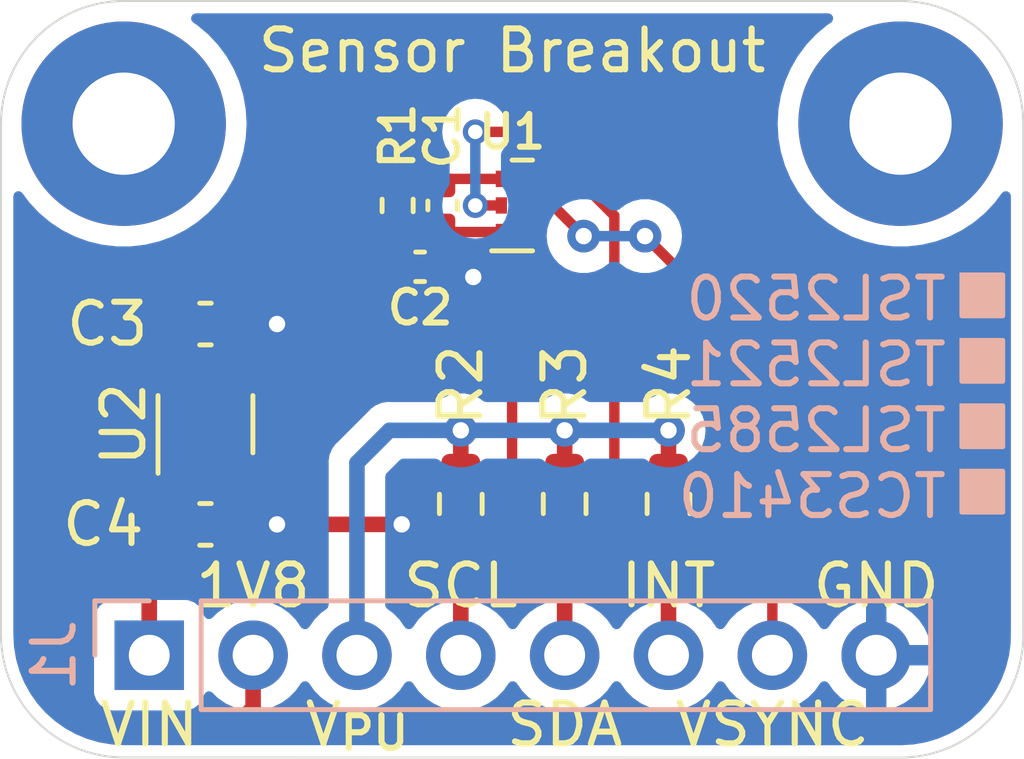
<source format=kicad_pcb>
(kicad_pcb (version 20221018) (generator pcbnew)
  (title_block (title "TSL2585 Sensor Breakout Board") (date "2023-11-27") (rev "A") (company "LogicProbe.org") (comment 1 "Derek Konigsberg <dkonigsberg@logicprobe.org>"))
  (layers (0 "F.Cu" signal) (31 "B.Cu" signal) (34 "B.Paste" user) (35 "F.Paste" user) (36 "B.SilkS" user "B.Silkscreen") (37 "F.SilkS" user "F.Silkscreen") (38 "B.Mask" user) (39 "F.Mask" user) (44 "Edge.Cuts" user))
  (net 0 "")
  (net 1 "Net-(U1-VDD)")
  (net 2 "GND")
  (net 3 "+1V8")
  (net 4 "VCC")
  (net 5 "/V_{PU}")
  (net 6 "/SENSOR_SCL")
  (net 7 "/SENSOR_SDA")
  (net 8 "/SENSOR_INT")
  (net 9 "/SENSOR_VSYNC")
  (footprint "Resistor_SMD:R_0603_1608Metric" (layer "F.Cu") (at 43.785 35.3 -90)
    (fp_text reference "R3" (at -2.9 0 90) (layer "F.SilkS"))
    (fp_text value "10K")
    (fp_line (start -0.237258 -0.5225) (end 0.237258 -0.5225) (stroke (width 0.12)) (layer "F.SilkS"))
    (fp_line (start -0.237258 0.5225) (end 0.237258 0.5225) (stroke (width 0.12)) (layer "F.SilkS"))
    (pad "1" smd roundrect (at -0.825 0 270) (size 0.8 0.95) (layers "F.Cu" "F.Paste" "F.Mask") (net 5 "/V_{PU}"))
    (pad "2" smd roundrect (at 0.825 0 270) (size 0.8 0.95) (layers "F.Cu" "F.Paste" "F.Mask") (net 7 "/SENSOR_SDA"))
  )
  (footprint "Resistor_SMD:R_0603_1608Metric" (layer "F.Cu") (at 41.245 35.3 -90)
    (fp_text reference "R2" (at -2.9 0 90) (layer "F.SilkS"))
    (fp_text value "10K")
    (fp_line (start -0.237258 -0.5225) (end 0.237258 -0.5225) (stroke (width 0.12)) (layer "F.SilkS"))
    (fp_line (start -0.237258 0.5225) (end 0.237258 0.5225) (stroke (width 0.12)) (layer "F.SilkS"))
    (pad "1" smd roundrect (at -0.825 0 270) (size 0.8 0.95) (layers "F.Cu" "F.Paste" "F.Mask") (net 5 "/V_{PU}"))
    (pad "2" smd roundrect (at 0.825 0 270) (size 0.8 0.95) (layers "F.Cu" "F.Paste" "F.Mask") (net 6 "/SENSOR_SCL"))
  )
  (footprint "MountingHole:MountingHole_2.5mm_Pad" (layer "F.Cu") (at 52 26)
    (fp_text reference "H2" hide)
    (fp_text value "MountingHole" hide)
    (pad "1" thru_hole circle (at 0 0) (size 5 5) (drill 2.5) (layers "*.Cu" "*.Mask"))
  )
  (footprint "lib_fp:AMS_TSL2585_OLGA-6_2x1mm_P0.65mm" (layer "F.Cu") (at 42.5 28)
    (fp_text reference "U1" (at 0 -1.8) (layer "F.SilkS") (effects (font (size 0.8 0.8))))
    (fp_text value "TSL2585")
    (fp_line (start -0.5 1.11) (end 0.5 1.11) (stroke (width 0.12)) (layer "F.SilkS"))
    (fp_line (start 0 -1.11) (end 0.5 -1.11) (stroke (width 0.12)) (layer "F.SilkS"))
    (pad "1" smd roundrect (at -0.2625 -0.65) (size 0.275 0.4) (layers "F.Cu" "F.Paste" "F.Mask") (roundrect_rratio 0) (chamfer_ratio 0.254545) (chamfer bottom_right) (net 1 "Net-(U1-VDD)"))
    (pad "2" smd rect (at -0.2625 0) (size 0.275 0.4) (layers "F.Cu" "F.Paste" "F.Mask") (net 9 "/SENSOR_VSYNC"))
    (pad "3" smd rect (at -0.2625 0.65) (size 0.275 0.4) (layers "F.Cu" "F.Paste" "F.Mask") (net 2 "GND"))
    (pad "4" smd rect (at 0.2625 0.65) (size 0.275 0.4) (layers "F.Cu" "F.Paste" "F.Mask") (net 6 "/SENSOR_SCL"))
    (pad "5" smd rect (at 0.2625 0) (size 0.275 0.4) (layers "F.Cu" "F.Paste" "F.Mask") (net 8 "/SENSOR_INT"))
    (pad "6" smd rect (at 0.2625 -0.65) (size 0.275 0.4) (layers "F.Cu" "F.Paste" "F.Mask") (net 7 "/SENSOR_SDA"))
  )
  (footprint "Package_TO_SOT_SMD:SOT-353_SC-70-5" (layer "F.Cu") (at 35 33.35 90)
    (fp_text reference "U2" (at 0 -2 90) (layer "F.SilkS"))
    (fp_text value "MIC5365-1.8YC5")
    (fp_line (start -0.7 1.16) (end 0.7 1.16) (stroke (width 0.12)) (layer "F.SilkS"))
    (fp_line (start 0.7 -1.16) (end -1.2 -1.16) (stroke (width 0.12)) (layer "F.SilkS"))
    (pad "1" smd rect (at -0.95 -0.65 90) (size 0.65 0.4) (layers "F.Cu" "F.Paste" "F.Mask") (net 4 "VCC"))
    (pad "2" smd rect (at -0.95 0 90) (size 0.65 0.4) (layers "F.Cu" "F.Paste" "F.Mask") (net 2 "GND"))
    (pad "3" smd rect (at -0.95 0.65 90) (size 0.65 0.4) (layers "F.Cu" "F.Paste" "F.Mask") (net 4 "VCC"))
    (pad "4" smd rect (at 0.95 0.65 90) (size 0.65 0.4) (layers "F.Cu" "F.Paste" "F.Mask"))
    (pad "5" smd rect (at 0.95 -0.65 90) (size 0.65 0.4) (layers "F.Cu" "F.Paste" "F.Mask") (net 3 "+1V8"))
  )
  (footprint "MountingHole:MountingHole_2.5mm_Pad" (layer "F.Cu") (at 33 26)
    (fp_text reference "H1" hide)
    (fp_text value "MountingHole" hide)
    (pad "1" thru_hole circle (at 0 0) (size 5 5) (drill 2.5) (layers "*.Cu" "*.Mask"))
  )
  (footprint "Capacitor_SMD:C_0402_1005Metric" (layer "F.Cu") (at 40.25 29.5)
    (fp_text reference "C2" (at 0 1) (layer "F.SilkS") (effects (font (size 0.8 0.8))))
    (fp_text value "4.7uF")
    (fp_line (start -0.107836 -0.36) (end 0.107836 -0.36) (stroke (width 0.12)) (layer "F.SilkS"))
    (fp_line (start -0.107836 0.36) (end 0.107836 0.36) (stroke (width 0.12)) (layer "F.SilkS"))
    (pad "1" smd roundrect (at -0.48 0) (size 0.56 0.62) (layers "F.Cu" "F.Paste" "F.Mask") (net 3 "+1V8"))
    (pad "2" smd roundrect (at 0.48 0) (size 0.56 0.62) (layers "F.Cu" "F.Paste" "F.Mask") (net 2 "GND"))
  )
  (footprint "Capacitor_SMD:C_0603_1608Metric" (layer "F.Cu") (at 35 30.9 180)
    (fp_text reference "C3" (at 2.4 0) (layer "F.SilkS"))
    (fp_text value "1uF")
    (fp_line (start -0.14058 -0.51) (end 0.14058 -0.51) (stroke (width 0.12)) (layer "F.SilkS"))
    (fp_line (start -0.14058 0.51) (end 0.14058 0.51) (stroke (width 0.12)) (layer "F.SilkS"))
    (pad "1" smd roundrect (at -0.775 0 180) (size 0.9 0.95) (layers "F.Cu" "F.Paste" "F.Mask") (net 2 "GND"))
    (pad "2" smd roundrect (at 0.775 0 180) (size 0.9 0.95) (layers "F.Cu" "F.Paste" "F.Mask") (net 3 "+1V8"))
  )
  (footprint "Resistor_SMD:R_0603_1608Metric" (layer "F.Cu") (at 46.325 35.3 -90)
    (fp_text reference "R4" (at -2.9 0 90) (layer "F.SilkS"))
    (fp_text value "10K")
    (fp_line (start -0.237258 -0.5225) (end 0.237258 -0.5225) (stroke (width 0.12)) (layer "F.SilkS"))
    (fp_line (start -0.237258 0.5225) (end 0.237258 0.5225) (stroke (width 0.12)) (layer "F.SilkS"))
    (pad "1" smd roundrect (at -0.825 0 270) (size 0.8 0.95) (layers "F.Cu" "F.Paste" "F.Mask") (net 5 "/V_{PU}"))
    (pad "2" smd roundrect (at 0.825 0 270) (size 0.8 0.95) (layers "F.Cu" "F.Paste" "F.Mask") (net 8 "/SENSOR_INT"))
  )
  (footprint "Capacitor_SMD:C_0402_1005Metric" (layer "F.Cu") (at 40.8 28 -90)
    (fp_text reference "C1" (at -1.7 0 90) (layer "F.SilkS") (effects (font (size 0.8 0.8))))
    (fp_text value "1uF")
    (fp_line (start -0.107836 -0.36) (end 0.107836 -0.36) (stroke (width 0.12)) (layer "F.SilkS"))
    (fp_line (start -0.107836 0.36) (end 0.107836 0.36) (stroke (width 0.12)) (layer "F.SilkS"))
    (pad "1" smd roundrect (at -0.48 0 270) (size 0.56 0.62) (layers "F.Cu" "F.Paste" "F.Mask") (net 1 "Net-(U1-VDD)"))
    (pad "2" smd roundrect (at 0.48 0 270) (size 0.56 0.62) (layers "F.Cu" "F.Paste" "F.Mask") (net 2 "GND"))
  )
  (footprint "Capacitor_SMD:C_0603_1608Metric" (layer "F.Cu") (at 35 35.8 180)
    (fp_text reference "C4" (at 2.5 0) (layer "F.SilkS"))
    (fp_text value "1uF")
    (fp_line (start -0.14058 -0.51) (end 0.14058 -0.51) (stroke (width 0.12)) (layer "F.SilkS"))
    (fp_line (start -0.14058 0.51) (end 0.14058 0.51) (stroke (width 0.12)) (layer "F.SilkS"))
    (pad "1" smd roundrect (at -0.775 0 180) (size 0.9 0.95) (layers "F.Cu" "F.Paste" "F.Mask") (net 2 "GND"))
    (pad "2" smd roundrect (at 0.775 0 180) (size 0.9 0.95) (layers "F.Cu" "F.Paste" "F.Mask") (net 4 "VCC"))
  )
  (footprint "Resistor_SMD:R_0402_1005Metric" (layer "F.Cu") (at 39.7 28 -90)
    (fp_text reference "R1" (at -1.7 0 90) (layer "F.SilkS") (effects (font (size 0.8 0.8))))
    (fp_text value "22R")
    (fp_line (start -0.153641 -0.38) (end 0.153641 -0.38) (stroke (width 0.12)) (layer "F.SilkS"))
    (fp_line (start -0.153641 0.38) (end 0.153641 0.38) (stroke (width 0.12)) (layer "F.SilkS"))
    (pad "1" smd roundrect (at -0.51 0 270) (size 0.54 0.64) (layers "F.Cu" "F.Paste" "F.Mask") (net 1 "Net-(U1-VDD)"))
    (pad "2" smd roundrect (at 0.51 0 270) (size 0.54 0.64) (layers "F.Cu" "F.Paste" "F.Mask") (net 3 "+1V8"))
  )
  (footprint "Connector_PinHeader_2.54mm:PinHeader_1x08_P2.54mm_Vertical" (layer "B.Cu") (at 33.625 39 -90)
    (fp_text reference "J1" (at 0 2.33 90) (layer "B.SilkS") (effects (justify mirror)))
    (fp_text value "Conn_01x08" hide)
    (fp_line (start -1.33 -19.11) (end 1.33 -19.11) (stroke (width 0.12)) (layer "B.SilkS"))
    (fp_line (start -1.33 -1.27) (end -1.33 -19.11) (stroke (width 0.12)) (layer "B.SilkS"))
    (fp_line (start -1.33 -1.27) (end 1.33 -1.27) (stroke (width 0.12)) (layer "B.SilkS"))
    (fp_line (start -1.33 0) (end -1.33 1.33) (stroke (width 0.12)) (layer "B.SilkS"))
    (fp_line (start -1.33 1.33) (end 0 1.33) (stroke (width 0.12)) (layer "B.SilkS"))
    (fp_line (start 1.33 -1.27) (end 1.33 -19.11) (stroke (width 0.12)) (layer "B.SilkS"))
    (pad "1" thru_hole rect (at 0 0 270) (size 1.7 1.7) (drill 1) (layers "*.Cu" "*.Mask") (net 4 "VCC"))
    (pad "2" thru_hole oval (at 0 -2.54 270) (size 1.7 1.7) (drill 1) (layers "*.Cu" "*.Mask") (net 3 "+1V8"))
    (pad "3" thru_hole oval (at 0 -5.08 270) (size 1.7 1.7) (drill 1) (layers "*.Cu" "*.Mask") (net 5 "/V_{PU}"))
    (pad "4" thru_hole oval (at 0 -7.62 270) (size 1.7 1.7) (drill 1) (layers "*.Cu" "*.Mask") (net 6 "/SENSOR_SCL"))
    (pad "5" thru_hole oval (at 0 -10.16 270) (size 1.7 1.7) (drill 1) (layers "*.Cu" "*.Mask") (net 7 "/SENSOR_SDA"))
    (pad "6" thru_hole oval (at 0 -12.7 270) (size 1.7 1.7) (drill 1) (layers "*.Cu" "*.Mask") (net 8 "/SENSOR_INT"))
    (pad "7" thru_hole oval (at 0 -15.24 270) (size 1.7 1.7) (drill 1) (layers "*.Cu" "*.Mask") (net 9 "/SENSOR_VSYNC"))
    (pad "8" thru_hole oval (at 0 -17.78 270) (size 1.7 1.7) (drill 1) (layers "*.Cu" "*.Mask") (net 2 "GND"))
  )
  (gr_rect (start 53.5 32.3) (end 54.5 31.3) (stroke (width 0.12)) (fill solid) (layer "B.SilkS"))
  (gr_rect (start 53.5 30.7) (end 54.5 29.7) (stroke (width 0.12)) (fill solid) (layer "B.SilkS"))
  (gr_rect (start 53.5 35.5) (end 54.5 34.5) (stroke (width 0.12)) (fill solid) (layer "B.SilkS"))
  (gr_rect (start 53.5 33.9) (end 54.5 32.9) (stroke (width 0.12)) (fill solid) (layer "B.SilkS"))
  (gr_arc (start 52 23) (mid 54.12132 23.87868) (end 55 26) (stroke (width 0.05)) (layer "Edge.Cuts"))
  (gr_arc (start 30 26) (mid 30.87868 23.87868) (end 33 23) (stroke (width 0.05)) (layer "Edge.Cuts"))
  (gr_line (start 52 41.502452) (end 33 41.5) (stroke (width 0.05)) (layer "Edge.Cuts"))
  (gr_arc (start 33 41.5) (mid 30.87868 40.62132) (end 30 38.5) (stroke (width 0.05)) (layer "Edge.Cuts"))
  (gr_arc (start 55 38.37868) (mid 54.165523 40.579719) (end 52 41.502452) (stroke (width 0.05)) (layer "Edge.Cuts"))
  (gr_line (start 33 23) (end 52 23) (stroke (width 0.05)) (layer "Edge.Cuts"))
  (gr_line (start 30 38.5) (end 30 26) (stroke (width 0.05)) (layer "Edge.Cuts"))
  (gr_line (start 55 26) (end 55 38.37868) (stroke (width 0.05)) (layer "Edge.Cuts"))
  (gr_text "TSL2520\nTSL2521\nTSL2585\nTCS3410" (at 53.2 35.7) (layer "B.SilkS") (effects (font (size 1 1)) (justify left bottom mirror)))
  (gr_text "Sensor Breakout" (at 42.5 24.8) (layer "F.SilkS") (effects (font (size 1 1)) (justify bottom)))
  (gr_text "V_{PU}" (at 38.705 40.7) (layer "F.SilkS") (effects (font (size 1 1))))
  (gr_text "1V8" (at 36.165 37.3) (layer "F.SilkS") (effects (font (size 1 1))))
  (gr_text "SCL" (at 41.245 37.3) (layer "F.SilkS") (effects (font (size 1 1))))
  (gr_text "VSYNC" (at 48.865 40.7) (layer "F.SilkS") (effects (font (size 1 1))))
  (gr_text "GND" (at 51.405 37.3) (layer "F.SilkS") (effects (font (size 1 1))))
  (gr_text "INT" (at 46.325 37.3) (layer "F.SilkS") (effects (font (size 1 1))))
  (gr_text "VIN" (at 33.625 40.7) (layer "F.SilkS") (effects (font (size 1 1))))
  (gr_text "SDA" (at 43.785 40.7) (layer "F.SilkS") (effects (font (size 1 1))))
  (segment (start 40.97 27.35) (end 40.8 27.52) (width 0.254) (layer "F.Cu") (net 1))
  (segment (start 40.8 27.52) (end 39.73 27.52) (width 0.254) (layer "F.Cu") (net 1))
  (segment (start 42.2375 27.35) (end 40.97 27.35) (width 0.254) (layer "F.Cu") (net 1))
  (segment (start 40.8 28.48) (end 40.8 29.43) (width 0.254) (layer "F.Cu") (net 2))
  (segment (start 35 34.3) (end 35 35.025) (width 0.381) (layer "F.Cu") (net 2))
  (segment (start 36.75 35.8) (end 39.8 35.8) (width 0.381) (layer "F.Cu") (net 2))
  (segment (start 42.2375 28.65) (end 40.97 28.65) (width 0.254) (layer "F.Cu") (net 2))
  (segment (start 35 35.025) (end 35.775 35.8) (width 0.381) (layer "F.Cu") (net 2))
  (segment (start 40.8 29.43) (end 40.73 29.5) (width 0.254) (layer "F.Cu") (net 2))
  (segment (start 40.97 28.65) (end 40.8 28.48) (width 0.254) (layer "F.Cu") (net 2))
  (segment (start 36.75 30.9) (end 35.775 30.9) (width 0.381) (layer "F.Cu") (net 2))
  (segment (start 41.3 29.5) (end 41.55 29.75) (width 0.381) (layer "F.Cu") (net 2))
  (segment (start 36.75 35.8) (end 35.775 35.8) (width 0.381) (layer "F.Cu") (net 2))
  (segment (start 40.73 29.5) (end 41.3 29.5) (width 0.381) (layer "F.Cu") (net 2))
  (segment (start 41.5 29.5) (end 41.75 29.75) (width 0.254) (layer "F.Cu") (net 2))
  (via (at 39.8 35.8) (size 0.8) (drill 0.4) (layers "F.Cu" "B.Cu") (net 2))
  (via (at 36.75 35.8) (size 0.8) (drill 0.4) (layers "F.Cu" "B.Cu") (net 2))
  (via (at 41.55 29.75) (size 0.8) (drill 0.4) (layers "F.Cu" "B.Cu") (net 2))
  (via (at 36.75 30.9) (size 0.8) (drill 0.4) (layers "F.Cu" "B.Cu") (net 2))
  (segment (start 31.75 31.496) (end 31.75 40.132) (width 0.381) (layer "F.Cu") (net 3))
  (segment (start 39.7 28.51) (end 39.7 29.43) (width 0.254) (layer "F.Cu") (net 3))
  (segment (start 32.346 30.9) (end 31.75 31.496) (width 0.381) (layer "F.Cu") (net 3))
  (segment (start 32.258 40.64) (end 35.814 40.64) (width 0.381) (layer "F.Cu") (net 3))
  (segment (start 39.77 29.5) (end 34.889 29.5) (width 0.381) (layer "F.Cu") (net 3))
  (segment (start 34.35 32.4) (end 34.35 31.025) (width 0.381) (layer "F.Cu") (net 3))
  (segment (start 35.814 40.64) (end 36.165 40.289) (width 0.381) (layer "F.Cu") (net 3))
  (segment (start 34.225 30.9) (end 34.225 30.164) (width 0.381) (layer "F.Cu") (net 3))
  (segment (start 34.225 30.164) (end 34.889 29.5) (width 0.381) (layer "F.Cu") (net 3))
  (segment (start 36.165 40.289) (end 36.165 39) (width 0.381) (layer "F.Cu") (net 3))
  (segment (start 34.225 30.9) (end 32.346 30.9) (width 0.381) (layer "F.Cu") (net 3))
  (segment (start 31.75 40.132) (end 32.258 40.64) (width 0.381) (layer "F.Cu") (net 3))
  (segment (start 34.544 33.401) (end 34.35 33.595) (width 0.254) (layer "F.Cu") (net 4))
  (segment (start 33.625 37.368) (end 34.225 36.768) (width 0.381) (layer "F.Cu") (net 4))
  (segment (start 35.433 33.401) (end 34.544 33.401) (width 0.254) (layer "F.Cu") (net 4))
  (segment (start 34.35 34.3) (end 34.35 35.675) (width 0.381) (layer "F.Cu") (net 4))
  (segment (start 34.225 36.768) (end 34.225 35.8) (width 0.381) (layer "F.Cu") (net 4))
  (segment (start 35.65 34.3) (end 35.65 33.618) (width 0.254) (layer "F.Cu") (net 4))
  (segment (start 35.65 33.618) (end 35.433 33.401) (width 0.254) (layer "F.Cu") (net 4))
  (segment (start 34.35 33.595) (end 34.35 34.3) (width 0.254) (layer "F.Cu") (net 4))
  (segment (start 33.625 39) (end 33.625 37.368) (width 0.381) (layer "F.Cu") (net 4))
  (segment (start 46.325 33.5) (end 46.325 34.475) (width 0.381) (layer "F.Cu") (net 5))
  (segment (start 41.245 33.5) (end 41.245 34.475) (width 0.381) (layer "F.Cu") (net 5))
  (segment (start 43.785 33.5) (end 43.785 34.475) (width 0.381) (layer "F.Cu") (net 5))
  (via (at 43.785 33.5) (size 0.8) (drill 0.4) (layers "F.Cu" "B.Cu") (net 5))
  (via (at 41.245 33.5) (size 0.8) (drill 0.4) (layers "F.Cu" "B.Cu") (net 5))
  (via (at 46.325 33.5) (size 0.8) (drill 0.4) (layers "F.Cu" "B.Cu") (net 5))
  (segment (start 41.245 33.5) (end 39.5 33.5) (width 0.381) (layer "B.Cu") (net 5))
  (segment (start 38.705 34.295) (end 38.705 39) (width 0.381) (layer "B.Cu") (net 5))
  (segment (start 43.785 33.5) (end 41.245 33.5) (width 0.381) (layer "B.Cu") (net 5))
  (segment (start 46.325 33.5) (end 43.785 33.5) (width 0.381) (layer "B.Cu") (net 5))
  (segment (start 39.5 33.5) (end 38.705 34.295) (width 0.381) (layer "B.Cu") (net 5))
  (segment (start 41.245 36.125) (end 41.245 39) (width 0.381) (layer "F.Cu") (net 6))
  (segment (start 42.7625 30.7375) (end 42.5 31) (width 0.254) (layer "F.Cu") (net 6))
  (segment (start 42.7625 28.65) (end 42.7625 30.7375) (width 0.254) (layer "F.Cu") (net 6))
  (segment (start 42.5 35.75) (end 42.125 36.125) (width 0.254) (layer "F.Cu") (net 6))
  (segment (start 42.5 31) (end 42.5 35.75) (width 0.254) (layer "F.Cu") (net 6))
  (segment (start 42.125 36.125) (end 41.245 36.125) (width 0.254) (layer "F.Cu") (net 6))
  (segment (start 45 35.75) (end 44.625 36.125) (width 0.254) (layer "F.Cu") (net 7))
  (segment (start 44.625 36.125) (end 43.785 36.125) (width 0.254) (layer "F.Cu") (net 7))
  (segment (start 44.1 27.35) (end 45 28.25) (width 0.254) (layer "F.Cu") (net 7))
  (segment (start 42.7625 27.35) (end 44.1 27.35) (width 0.254) (layer "F.Cu") (net 7))
  (segment (start 45 28.25) (end 45 35.75) (width 0.254) (layer "F.Cu") (net 7))
  (segment (start 43.785 36.125) (end 43.785 39) (width 0.381) (layer "F.Cu") (net 7))
  (segment (start 47.75 30.75) (end 47.75 35.75) (width 0.254) (layer "F.Cu") (net 8))
  (segment (start 47.375 36.125) (end 46.325 36.125) (width 0.254) (layer "F.Cu") (net 8))
  (segment (start 43.5 28) (end 44.25 28.75) (width 0.254) (layer "F.Cu") (net 8))
  (segment (start 46.325 39) (end 46.325 36.125) (width 0.381) (layer "F.Cu") (net 8))
  (segment (start 45.75 28.75) (end 47.75 30.75) (width 0.254) (layer "F.Cu") (net 8))
  (segment (start 47.75 35.75) (end 47.375 36.125) (width 0.254) (layer "F.Cu") (net 8))
  (segment (start 42.7625 28) (end 43.5 28) (width 0.254) (layer "F.Cu") (net 8))
  (via (at 44.25 28.75) (size 0.8) (drill 0.4) (layers "F.Cu" "B.Cu") (net 8))
  (via (at 45.75 28.75) (size 0.8) (drill 0.4) (layers "F.Cu" "B.Cu") (net 8))
  (segment (start 44.25 28.75) (end 45.75 28.75) (width 0.254) (layer "B.Cu") (net 8))
  (segment (start 42.2375 28) (end 41.6 28) (width 0.254) (layer "F.Cu") (net 9))
  (segment (start 41.6 26.2) (end 45.1 26.2) (width 0.254) (layer "F.Cu") (net 9))
  (segment (start 45.1 26.2) (end 48.865 29.965) (width 0.254) (layer "F.Cu") (net 9))
  (segment (start 48.865 29.965) (end 48.865 39) (width 0.254) (layer "F.Cu") (net 9))
  (via (at 41.6 28) (size 0.6096) (drill 0.3556) (layers "F.Cu" "B.Cu") (net 9))
  (via (at 41.6 26.2) (size 0.6096) (drill 0.3556) (layers "F.Cu" "B.Cu") (net 9))
  (segment (start 41.6 28) (end 41.6 26.2) (width 0.254) (layer "B.Cu") (net 9))
  (zone (net 2) (net_name "GND") (layer "B.Cu") (connect_pads (clearance 0.5)) (min_thickness 0.25) (fill yes (thermal_gap 0.5) (thermal_bridge_width 0.5))
    (polygon (pts (xy 30 23) (xy 55 23) (xy 55 41.5) (xy 30 41.5)))
  )
)
</source>
